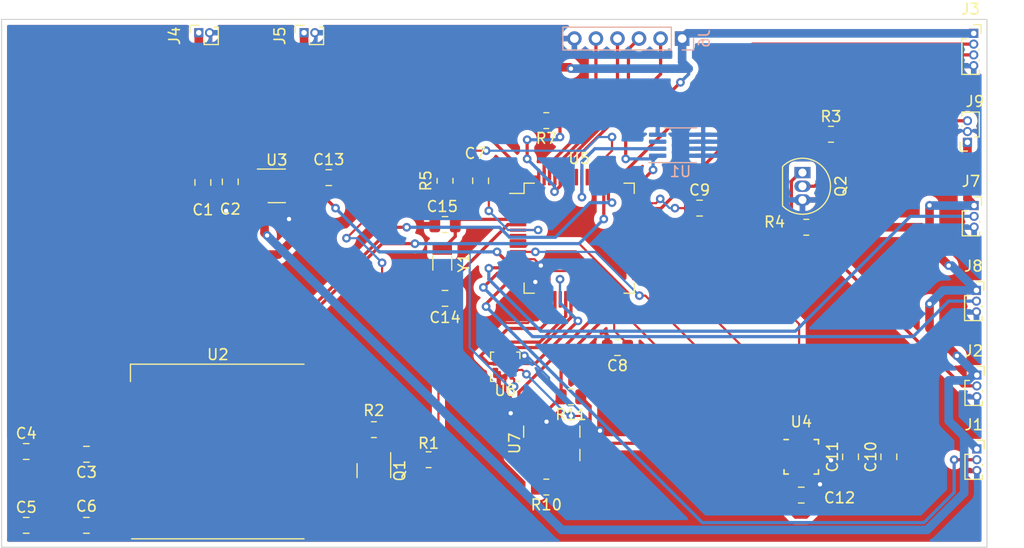
<source format=kicad_pcb>
(kicad_pcb (version 20211014) (generator pcbnew)
  (layers (0 "F.Cu" signal) (31 "B.Cu" signal) (34 "B.Paste" user) (35 "F.Paste" user) (36 "B.SilkS" user "B.Silkscreen") (37 "F.SilkS" user "F.Silkscreen") (38 "B.Mask" user) (39 "F.Mask" user) (44 "Edge.Cuts" user))
  (net 0 "")
  (net 1 "5V")
  (net 2 "GND")
  (net 3 "3V3")
  (net 4 "Net-(C7-Pad1)")
  (net 5 "Net-(C8-Pad1)")
  (net 6 "Net-(C9-Pad1)")
  (net 7 "Net-(C12-Pad1)")
  (net 8 "OSC_OUT")
  (net 9 "OSC_IN")
  (net 10 "ESC_PWM4")
  (net 11 "ESC_PWM1")
  (net 12 "SWCLK")
  (net 13 "SWDIO")
  (net 14 "M_SCL_2")
  (net 15 "M_SDA_2")
  (net 16 "M_IO0_2")
  (net 17 "M_IO1_2")
  (net 18 "ESC_PWM2")
  (net 19 "ESC_PWM3")
  (net 20 "SBUS_SIGNAL")
  (net 21 "Net-(Q1-Pad1)")
  (net 22 "Net-(Q1-Pad3)")
  (net 23 "Net-(Q2-Pad2)")
  (net 24 "GPS_RESET")
  (net 25 "Net-(R7-Pad1)")
  (net 26 "A_SCL")
  (net 27 "A_SDA")
  (net 28 "TEMP_W")
  (net 30 "GPS_RX")
  (net 31 "GPS_TX")
  (net 45 "G_MISO")
  (net 46 "G_INT1")
  (net 53 "G_NSS")
  (net 54 "G_SCLK")
  (net 55 "G_MOSI")
  (net 63 "P_CS")
  (net 64 "P_SCLK")
  (net 65 "P_MISO")
  (net 66 "P_MOSI")
  (net 79 "SBUS_RX")
  (net 86 "A_INT1")
  (net 87 "A_INT2")
  (footprint "Connector_PinSocket_1.00mm:PinSocket_1x02_P1.00mm_Vertical" (layer "F.Cu") (at 106.807 74.386 90)
    (fp_text reference "J5")
    (fp_text value "Conn_01x02")
  )
  (footprint "Capacitor_SMD:C_0805_2012Metric" (layer "F.Cu") (at 109.101 87.848)
    (fp_text reference "C13")
    (fp_text value "100nF")
  )
  (footprint "Capacitor_SMD:C_0805_2012Metric" (layer "F.Cu") (at 97.417 88.295 -90)
    (fp_text reference "C1")
    (fp_text value "1uF")
  )
  (footprint "Capacitor_SMD:C_0805_2012Metric" (layer "F.Cu") (at 161.073 113.776 90)
    (fp_text reference "C10")
    (fp_text value "100nF")
  )
  (footprint "Capacitor_SMD:C_0805_2012Metric" (layer "F.Cu") (at 119.888 99.06)
    (fp_text reference "C14")
    (fp_text value "20pf")
  )
  (footprint "Connector_PinSocket_1.00mm:PinSocket_1x03_P1.00mm_Vertical" (layer "F.Cu") (at 169.2 98.314)
    (fp_text reference "J8")
    (fp_text value "Conn_01x03")
  )
  (footprint "Connector_PinSocket_1.00mm:PinSocket_1x04_P1.00mm_Vertical" (layer "F.Cu") (at 168.946 74.446)
    (fp_text reference "J3")
    (fp_text value "Conn_01x04")
  )
  (footprint "Capacitor_SMD:C_0805_2012Metric" (layer "F.Cu") (at 157.517 113.776 90)
    (fp_text reference "C11")
    (fp_text value "100nF")
  )
  (footprint "Package_LGA:ST_HLGA-10_2.5x2.5mm_P0.6mm_LayoutBorder3x2y" (layer "F.Cu") (at 125.476 105.41 180)
    (fp_text reference "U6")
    (fp_text value "LPS25HB")
  )
  (footprint "Capacitor_SMD:C_0805_2012Metric" (layer "F.Cu") (at 86.614 113.538 180)
    (fp_text reference "C3")
    (fp_text value "100nF")
  )
  (footprint "Package_LGA:LGA-14_3x5mm_P0.8mm_LayoutBorder1x6y" (layer "F.Cu") (at 129.794 112.522 90)
    (fp_text reference "U7")
    (fp_text value "ADXL343")
  )
  (footprint "Resistor_SMD:R_0805_2012Metric" (layer "F.Cu") (at 118.364 114.046 180)
    (fp_text reference "R1")
    (fp_text value "4.7k")
  )
  (footprint "Capacitor_SMD:C_0805_2012Metric" (layer "F.Cu") (at 81.026 113.284)
    (fp_text reference "C4")
    (fp_text value "100nF")
  )
  (footprint "Capacitor_SMD:C_0805_2012Metric" (layer "F.Cu") (at 99.957 88.229 -90)
    (fp_text reference "C2")
    (fp_text value "100nF")
  )
  (footprint "Connector_PinSocket_1.00mm:PinSocket_1x03_P1.00mm_Vertical" (layer "F.Cu") (at 169.236 106.188)
    (fp_text reference "J2")
    (fp_text value "Conn_01x03")
  )
  (footprint "Resistor_SMD:R_0805_2012Metric" (layer "F.Cu") (at 113.284 111.252 180)
    (fp_text reference "R2")
    (fp_text value "47k")
  )
  (footprint "Package_TO_SOT_THT:TO-92_Inline" (layer "F.Cu") (at 153.056 87.376 -90)
    (fp_text reference "Q2")
    (fp_text value "BC337")
  )
  (footprint "Capacitor_SMD:C_0805_2012Metric" (layer "F.Cu") (at 119.888 92.202)
    (fp_text reference "C15")
    (fp_text value "20pf")
  )
  (footprint "Connector_PinSocket_1.00mm:PinSocket_1x02_P1.00mm_Vertical" (layer "F.Cu") (at 97.036 74.386 90)
    (fp_text reference "J4")
    (fp_text value "Conn_01x02")
  )
  (footprint "Capacitor_SMD:C_0805_2012Metric" (layer "F.Cu") (at 152.945 117.332)
    (fp_text reference "C12")
    (fp_text value "100nF")
  )
  (footprint "Resistor_SMD:R_0805_2012Metric" (layer "F.Cu") (at 131.572 108.204 180)
    (fp_text reference "R11")
    (fp_text value "10k")
  )
  (footprint "Resistor_SMD:R_0805_2012Metric" (layer "F.Cu") (at 153.416 92.456 180)
    (fp_text reference "R4")
    (fp_text value "4.7k")
  )
  (footprint "Capacitor_SMD:C_0805_2012Metric" (layer "F.Cu") (at 86.614 120.142 180)
    (fp_text reference "C6")
    (fp_text value "4.7uF")
  )
  (footprint "Resistor_SMD:R_0805_2012Metric" (layer "F.Cu") (at 155.702 83.82)
    (fp_text reference "R3")
    (fp_text value "10k")
  )
  (footprint "Resistor_SMD:R_0805_2012Metric" (layer "F.Cu") (at 129.286 82.55 180)
    (fp_text reference "R7")
    (fp_text value "100R")
  )
  (footprint "Sensor_Motion:InvenSense_QFN-24_3x3mm_P0.4mm" (layer "F.Cu") (at 152.945 113.776)
    (fp_text reference "U4")
    (fp_text value "ICM-20948")
  )
  (footprint "Capacitor_SMD:C_0805_2012Metric" (layer "F.Cu") (at 135.89 103.632 180)
    (fp_text reference "C8")
    (fp_text value "4.7uF")
  )
  (footprint "Connector_PinSocket_1.00mm:PinSocket_1x03_P1.00mm_Vertical" (layer "F.Cu") (at 168.982 90.44)
    (fp_text reference "J7")
    (fp_text value "Conn_01x03")
  )
  (footprint "Crystal:Crystal_SMD_3215-2Pin_3.2x1.5mm" (layer "F.Cu") (at 119.634 95.758 -90)
    (fp_text reference "Y1")
    (fp_text value "Crystal")
  )
  (footprint "Resistor_SMD:R_0805_2012Metric" (layer "F.Cu") (at 119.888 88.138 -90)
    (fp_text reference "R5")
    (fp_text value "100R")
  )
  (footprint "Package_TO_SOT_SMD:SOT-23-5" (layer "F.Cu") (at 104.275 88.61)
    (fp_text reference "U3")
    (fp_text value "TLV70233_SOT23-5")
  )
  (footprint "Capacitor_SMD:C_0805_2012Metric" (layer "F.Cu") (at 81.026 120.142)
    (fp_text reference "C5")
    (fp_text value "1uF")
  )
  (footprint "Capacitor_SMD:C_0805_2012Metric" (layer "F.Cu") (at 123.19 88.138 90)
    (fp_text reference "C7")
    (fp_text value "100nF")
  )
  (footprint "Resistor_SMD:R_0805_2012Metric" (layer "F.Cu") (at 129.286 116.586 180)
    (fp_text reference "R10")
    (fp_text value "10k")
  )
  (footprint "Package_QFP:LQFP-64_10x10mm_P0.5mm" (layer "F.Cu") (at 132.334 93.472)
    (fp_text reference "U5")
    (fp_text value "STM32F405RGTx")
  )
  (footprint "Capacitor_SMD:C_0805_2012Metric" (layer "F.Cu") (at 143.51 90.678)
    (fp_text reference "C9")
    (fp_text value "4.7uF")
  )
  (footprint "Connector_PinSocket_1.00mm:PinSocket_1x03_P1.00mm_Vertical" (layer "F.Cu") (at 169.236 113.046)
    (fp_text reference "J1")
    (fp_text value "Conn_01x03")
  )
  (footprint "RF_GPS:Quectel_L80-R" (layer "F.Cu") (at 98.806 113.284)
    (fp_text reference "U2")
    (fp_text value "L80-R")
  )
  (footprint "Package_TO_SOT_SMD:SOT-23" (layer "F.Cu") (at 113.284 115.062 -90)
    (fp_text reference "Q1")
    (fp_text value "MMBT5551L")
  )
  (footprint "Connector_PinSocket_1.00mm:PinSocket_1x03_P1.00mm_Vertical" (layer "F.Cu") (at 168.366 84.566 180)
    (fp_text reference "J9")
    (fp_text value "Conn_01x03")
  )
  (footprint "Package_SO:MSOP-8_3x3mm_P0.65mm" (layer "B.Cu") (at 141.732 84.836)
    (fp_text reference "U1")
    (fp_text value "DS1825")
  )
  (footprint "Connector_PinHeader_2.00mm:PinHeader_1x06_P2.00mm_Vertical" (layer "B.Cu") (at 141.89 74.93 90)
    (fp_text reference "J6")
    (fp_text value "Conn_01x06")
  )
  (gr_line (start 170.18 122.174) (end 78.74 122.174) (layer "Edge.Cuts") (width 0.1))
  (gr_line (start 170.18 73.152) (end 170.18 122.174) (layer "Edge.Cuts") (width 0.1))
  (gr_line (start 170.18 73.152) (end 78.74 73.152) (layer "Edge.Cuts") (width 0.1))
  (gr_line (start 78.74 73.152) (end 78.74 122.174) (layer "Edge.Cuts") (width 0.1))
  (segment (start 164.846 93.218) (end 164.846 94.234) (width 0.8) (layer "F.Cu") (net 1))
  (segment (start 101.854 88.946423) (end 101.854 88.273577) (width 0.8) (layer "F.Cu") (net 1))
  (segment (start 99.957 87.279) (end 102.7565 87.279) (width 0.8) (layer "F.Cu") (net 1))
  (segment (start 102.7565 87.279) (end 103.1375 87.66) (width 0.8) (layer "F.Cu") (net 1))
  (segment (start 164.846 90.424) (end 164.846 93.218) (width 0.8) (layer "F.Cu") (net 1))
  (segment (start 164.846 101.854) (end 167.386 104.394) (width 0.8) (layer "F.Cu") (net 1))
  (segment (start 97.036 86.964) (end 97.417 87.345) (width 0.8) (layer "F.Cu") (net 1))
  (segment (start 168.366 89.824) (end 168.982 90.44) (width 0.8) (layer "F.Cu") (net 1))
  (segment (start 102.467577 89.56) (end 101.854 88.946423) (width 0.8) (layer "F.Cu") (net 1))
  (segment (start 164.846 99.568) (end 164.846 101.854) (width 0.8) (layer "F.Cu") (net 1))
  (segment (start 102.84 87.66) (end 103.1375 87.66) (width 0.25) (layer "F.Cu") (net 1))
  (segment (start 97.417 87.345) (end 99.891 87.345) (width 0.8) (layer "F.Cu") (net 1))
  (segment (start 101.854 88.273577) (end 102.467577 87.66) (width 0.8) (layer "F.Cu") (net 1))
  (segment (start 154.3285 92.456) (end 164.084 92.456) (width 0.8) (layer "F.Cu") (net 1))
  (segment (start 99.891 87.345) (end 99.957 87.279) (width 0.8) (layer "F.Cu") (net 1))
  (segment (start 164.084 92.456) (end 164.846 93.218) (width 0.8) (layer "F.Cu") (net 1))
  (segment (start 103.1375 89.56) (end 102.856486 89.56) (width 0.25) (layer "F.Cu") (net 1))
  (segment (start 102.467577 87.66) (end 103.1375 87.66) (width 0.8) (layer "F.Cu") (net 1))
  (segment (start 164.846 94.234) (end 166.624 96.012) (width 0.8) (layer "F.Cu") (net 1))
  (segment (start 103.1375 92.9775) (end 103.378 93.218) (width 0.8) (layer "F.Cu") (net 1))
  (segment (start 103.1375 89.56) (end 102.467577 89.56) (width 0.8) (layer "F.Cu") (net 1))
  (segment (start 168.366 84.566) (end 168.366 89.824) (width 0.8) (layer "F.Cu") (net 1))
  (segment (start 97.036 74.386) (end 97.036 86.964) (width 0.8) (layer "F.Cu") (net 1))
  (segment (start 103.1375 89.56) (end 103.1375 92.9775) (width 0.8) (layer "F.Cu") (net 1))
  (via (at 164.846 99.568) (size 0.8) (drill 0.4) (layers "F.Cu" "B.Cu") (net 1))
  (via (at 164.846 90.424) (size 0.8) (drill 0.4) (layers "F.Cu" "B.Cu") (net 1))
  (via (at 166.624 96.012) (size 0.8) (drill 0.4) (layers "F.Cu" "B.Cu") (net 1))
  (via (at 103.378 93.218) (size 0.8) (drill 0.4) (layers "F.Cu" "B.Cu") (net 1))
  (via (at 167.386 104.394) (size 0.8) (drill 0.4) (layers "F.Cu" "B.Cu") (net 1))
  (segment (start 168.982 90.44) (end 164.862 90.44) (width 0.8) (layer "B.Cu") (net 1))
  (segment (start 167.442 104.394) (end 169.236 106.188) (width 0.8) (layer "B.Cu") (net 1))
  (segment (start 103.378 93.218) (end 130.725 120.565) (width 0.8) (layer "B.Cu") (net 1))
  (segment (start 168.889668 106.188) (end 168.397668 106.68) (width 0.8) (layer "B.Cu") (net 1))
  (segment (start 166.898 96.012) (end 169.2 98.314) (width 0.8) (layer "B.Cu") (net 1))
  (segment (start 168.059 117.124422) (end 168.059 111.869) (width 0.8) (layer "B.Cu") (net 1))
  (segment (start 167.386 104.394) (end 167.442 104.394) (width 0.8) (layer "B.Cu") (net 1))
  (segment (start 169.236 106.188) (end 168.889668 106.188) (width 0.8) (layer "B.Cu") (net 1))
  (segment (start 168.397668 106.68) (end 166.624 106.68) (width 0.8) (layer "B.Cu") (net 1))
  (segment (start 166.624 96.012) (end 166.898 96.012) (width 0.8) (layer "B.Cu") (net 1))
  (segment (start 130.725 120.565) (end 164.618422 120.565) (width 0.8) (layer "B.Cu") (net 1))
  (segment (start 168.059 111.869) (end 167.16 110.97) (width 0.8) (layer "B.Cu") (net 1))
  (segment (start 164.618422 120.565) (end 168.059 117.124422) (width 0.8) (layer "B.Cu") (net 1))
  (segment (start 166.624 110.434) (end 169.236 113.046) (width 0.8) (layer "B.Cu") (net 1))
  (segment (start 166.624 106.68) (end 166.624 110.434) (width 0.8) (layer "B.Cu") (net 1))
  (segment (start 169.2 98.314) (end 166.1 98.314) (width 0.8) (layer "B.Cu") (net 1))
  (segment (start 164.862 90.44) (end 164.846 90.424) (width 0.8) (layer "B.Cu") (net 1))
  (segment (start 166.1 98.314) (end 164.846 99.568) (width 0.8) (layer "B.Cu") (net 1))
  (segment (start 127.587092 101.346) (end 119.888 101.346) (width 0.2) (layer "F.Cu") (net 2))
  (segment (start 129.084 99.147) (end 129.084 98.35) (width 0.2) (layer "F.Cu") (net 2))
  (segment (start 153.780263 111.774) (end 156.465 111.774) (width 0.2) (layer "F.Cu") (net 2))
  (segment (start 128.594 111.522) (end 128.594 112.592) (width 0.3) (layer "F.Cu") (net 2))
  (segment (start 129.084 99.849092) (end 127.587092 101.346) (width 0.2) (layer "F.Cu") (net 2))
  (segment (start 154.686 116.332) (end 154.686 116.541) (width 0.2) (layer "F.Cu") (net 2))
  (segment (start 128.186 95.42) (end 127.559092 95.42) (width 0.2) (layer "F.Cu") (net 2))
  (segment (start 119.888 101.346) (end 118.938 100.396) (width 0.2) (layer "F.Cu") (net 2))
  (segment (start 154.686 116.541) (end 153.895 117.332) (width 0.2) (layer "F.Cu") (net 2))
  (segment (start 155.702 112.776) (end 155.702 114.0995) (width 0.2) (layer "F.Cu") (net 2))
  (segment (start 128.594 113.522) (end 128.594 113.468) (width 0.2) (layer "F.Cu") (net 2))
  (segment (start 126.076 104.485) (end 127.163 104.485) (width 0.2) (layer "F.Cu") (net 2))
  (segment (start 128.594 112.592) (end 130.064 112.592) (width 0.2) (layer "F.Cu") (net 2))
  (segment (start 129.084 98.35) (end 128.27 97.536) (width 0.2) (layer "F.Cu") (net 2))
  (segment (start 106.547 89.033) (end 106.68 88.9) (width 0.2) (layer "F.Cu") (net 2))
  (segment (start 153.895 117.332) (end 153.572 117.009) (width 0.3) (layer "F.Cu") (net 2))
  (segment (start 99.568 90.932) (end 99.568 89.568) (width 0.2) (layer "F.Cu") (net 2))
  (segment (start 157.467 112.776) (end 157.517 112.826) (width 0.2) (layer "F.Cu") (net 2))
  (segment (start 153.545 112.276) (end 153.545 112.009263) (width 0.2) (layer "F.Cu") (net 2))
  (segment (start 134.94 110.678) (end 134.94 103.632) (width 0.2) (layer "F.Cu") (net 2))
  (segment (start 106.68 88.9) (end 106.68 90.424) (width 0.2) (layer "F.Cu") (net 2))
  (segment (start 155.702 112.776) (end 157.467 112.776) (width 0.2) (layer "F.Cu") (net 2))
  (segment (start 125.476 106.335) (end 125.476 109.22) (width 0.2) (layer "F.Cu") (net 2))
  (segment (start 156.465 111.774) (end 157.517 112.826) (width 0.2) (layer "F.Cu") (net 2))
  (segment (start 134.268642 111.349358) (end 134.94 110.678) (width 0.2) (layer "F.Cu") (net 2))
  (segment (start 99.568 89.568) (end 99.957 89.179) (width 0.2) (layer "F.Cu") (net 2))
  (segment (start 153.545 116.982) (end 153.895 117.332) (width 0.2) (layer "F.Cu") (net 2))
  (segment (start 127.484092 95.345) (end 127 95.345) (width 0.2) (layer "F.Cu") (net 2))
  (segment (start 129.308108 110.512108) (end 128.594 111.226216) (width 0.2) (layer "F.Cu") (net 2))
  (segment (start 106.68 90.424) (end 105.41 91.694) (width 0.2) (layer "F.Cu") (net 2))
  (segment (start 153.545 112.009263) (end 153.780263 111.774) (width 0.2) (layer "F.Cu") (net 2))
  (segment (start 118.938 100.396) (end 118.938 99.06) (width 0.2) (layer "F.Cu") (net 2))
  (segment (start 130.194 113.522) (end 130.994 113.522) (width 0.3) (layer "F.Cu") (net 2))
  (segment (start 125.476 109.22) (end 125.984 109.728) (width 0.2) (layer "F.Cu") (net 2))
  (segment (start 155.448 112.776) (end 155.702 112.776) (width 0.2) (layer "F.Cu") (net 2))
  (segment (start 129.084 99.147) (end 129.084 99.849092) (width 0.2) (layer "F.Cu") (net 2))
  (segment (start 103.5605 89.033) (end 106.547 89.033) (width 0.2) (layer "F.Cu") (net 2))
  (segment (start 127.559092 95.42) (end 127.484092 95.345) (width 0.2) (layer "F.Cu") (net 2))
  (segment (start 103.1375 88.61) (end 103.5605 89.033) (width 0.2) (layer "F.Cu") (net 2))
  (segment (start 128.778 96.012) (end 128.186 95.42) (width 0.2) (layer "F.Cu") (net 2))
  (segment (start 129.084 87.797) (end 129.084 83.2605) (width 0.3) (layer "F.Cu") (net 2))
  (segment (start 128.594 111.226216) (end 128.594 111.522) (width 0.2) (layer "F.Cu") (net 2))
  (segment (start 130.064 112.592) (end 130.994 113.522) (width 0.2) (layer "F.Cu") (net 2))
  (segment (start 129.084 83.2605) (end 128.3735 82.55) (width 0.3) (layer "F.Cu") (net 2))
  (segment (start 153.545 115.276) (end 153.545 116.982) (width 0.2) (layer "F.Cu") (net 2))
  (segment (start 128.594 112.592) (end 128.594 113.468) (width 0.3) (layer "F.Cu") (net 2))
  (segment (start 154.445 112.776) (end 155.448 112.776) (width 0.2) (layer "F.Cu") (net 2))
  (segment (start 127.163 104.485) (end 127.254 104.394) (width 0.2) (layer "F.Cu") (net 2))
  (via (at 125.984 109.728) (size 0.8) (drill 0.4) (layers "F.Cu" "B.Cu") (net 2))
  (via (at 155.702 114.0995) (size 0.8) (drill 0.4) (layers "F.Cu" "B.Cu") (net 2))
  (via (at 105.41 91.694) (size 0.8) (drill 0.4) (layers "F.Cu" "B.Cu") (net 2))
  (via (at 154.686 116.332) (size 0.8) (drill 0.4) (layers "F.Cu" "B.Cu") (net 2))
  (via (at 127.254 104.394) (size 0.8) (drill 0.4) (layers "F.Cu" "B.Cu") (net 2))
  (via (at 129.308108 110.512108) (size 0.8) (drill 0.4) (layers "F.Cu" "B.Cu") (net 2))
  (via (at 99.568 90.932) (size 0.8) (drill 0.4) (layers "F.Cu" "B.Cu") (net 2))
  (via (at 134.268642 111.349358) (size 0.8) (drill 0.4) (layers "F.Cu" "B.Cu") (net 2))
  (via (at 128.778 96.012) (size 0.8) (drill 0.4) (layers "F.Cu" "B.Cu") (net 2))
  (via (at 128.27 97.536) (size 0.8) (drill 0.4) (layers "F.Cu" "B.Cu") (net 2))
  (segment (start 134.209358 111.349358) (end 134.268642 111.349358) (width 0.2) (layer "B.Cu") (net 2))
  (segment (start 129.54 106.68) (end 134.209358 111.349358) (width 0.2) (layer "B.Cu") (net 2))
  (segment (start 128.524 109.728) (end 129.308108 110.512108) (width 0.2) (layer "B.Cu") (net 2))
  (segment (start 127.254 104.394) (end 127.508 104.648) (width 0.2) (layer "B.Cu") (net 2))
  (segment (start 125.984 109.728) (end 128.524 109.728) (width 0.2) (layer "B.Cu") (net 2))
  (segment (start 127.508 104.394) (end 127.762 104.648) (width 0.2) (layer "B.Cu") (net 2))
  (segment (start 129.54 106.426) (end 129.54 106.68) (width 0.2) (layer "B.Cu") (net 2))
  (segment (start 100.076 91.44) (end 99.568 90.932) (width 0.2) (layer "B.Cu") (net 2))
  (segment (start 155.702 115.316) (end 154.686 116.332) (width 0.2) (layer "B.Cu") (net 2))
  (segment (start 155.702 114.0995) (end 155.702 115.316) (width 0.2) (layer "B.Cu") (net 2))
  (segment (start 128.27 97.536) (end 128.27 96.52) (width 0.2) (layer "B.Cu") (net 2))
  (segment (start 100.33 91.694) (end 100.076 91.44) (width 0.2) (layer "B.Cu") (net 2))
  (segment (start 105.41 91.694) (end 100.33 91.694) (width 0.2) (layer "B.Cu") (net 2))
  (segment (start 128.27 96.52) (end 128.778 96.012) (width 0.2) (layer "B.Cu") (net 2))
  (segment (start 127.762 104.648) (end 129.54 106.426) (width 0.2) (layer "B.Cu") (net 2))
  (segment (start 127.508 104.648) (end 127.762 104.648) (width 0.2) (layer "B.Cu") (net 2))
  (segment (start 104.394 94.996) (end 87.884 94.996) (width 0.8) (layer "F.Cu") (net 3))
  (segment (start 127.762 114.3) (end 127.762 113.554) (width 0.3) (layer "F.Cu") (net 3))
  (segment (start 151.97 112.939578) (end 152.028578 112.881) (width 0.2) (layer "F.Cu") (net 3))
  (segment (start 152.345 115.276) (end 152.4 115.221) (width 0.2) (layer "F.Cu") (net 3))
  (segment (start 81.6 111.76) (end 84.328 111.76) (width 0.8) (layer "F.Cu") (net 3))
  (segment (start 152.028578 114.671) (end 151.97 114.612422) (width 0.2) (layer "F.Cu") (net 3))
  (segment (start 106.807 74.386) (end 106.807 77.597) (width 0.8) (layer "F.Cu") (net 3))
  (segment (start 136.652 86.106) (end 136.652 84.074) (width 0.3) (layer "F.Cu") (net 3))
  (segment (start 128.778 114.554) (end 128.016 114.554) (width 0.3) (layer "F.Cu") (net 3))
  (segment (start 153.861422 112.881) (end 153.924 112.943578) (width 0.2) (layer "F.Cu") (net 3))
  (segment (start 91.056 117.594) (end 91.056 115.054) (width 0.8) (layer "F.Cu") (net 3))
  (segment (start 106.807 77.597) (end 106.807 84.709) (width 0.8) (layer "F.Cu") (net 3))
  (segment (start 152.028578 112.881) (end 153.861422 112.881) (width 0.2) (layer "F.Cu") (net 3))
  (segment (start 128.016 114.554) (end 127.762 114.3) (width 0.3) (layer "F.Cu") (net 3))
  (segment (start 133.35 109.0695) (end 132.4845 108.204) (width 0.3) (layer "F.Cu") (net 3))
  (segment (start 80.076 120.142) (end 80.076 113.284) (width 0.8) (layer "F.Cu") (net 3))
  (segment (start 131.794 112.522) (end 131.794 113.522) (width 0.3) (layer "F.Cu") (net 3))
  (segment (start 157.467 114.776) (end 157.517 114.726) (width 0.3) (layer "F.Cu") (net 3))
  (segment (start 129.584 96.73) (end 129.584 97.326) (width 0.2) (layer "F.Cu") (net 3))
  (segment (start 129.794 96.52) (end 129.584 96.73) (width 0.2) (layer "F.Cu") (net 3))
  (segment (start 132.842 109.982) (end 133.35 110.49) (width 0.2) (layer "F.Cu") (net 3))
  (segment (start 123.952 84.074) (end 107.442 84.074) (width 0.3) (layer "F.Cu") (net 3))
  (segment (start 136.084 98.444908) (end 134.159092 96.52) (width 0.2) (layer "F.Cu") (net 3))
  (segment (start 84.328 111.76) (end 87.63 111.76) (width 0.8) (layer "F.Cu") (net 3))
  (segment (start 87.63 95.25) (end 87.63 111.76) (width 0.8) (layer "F.Cu") (net 3))
  (segment (start 151.97 114.612422) (end 151.97 112.939578) (width 0.2) (layer "F.Cu") (net 3))
  (segment (start 138.009 88.305) (end 139.192 87.122) (width 0.3) (layer "F.Cu") (net 3))
  (segment (start 126.298543 106.557543) (end 126.076 106.335) (width 0.2) (layer "F.Cu") (net 3))
  (segment (start 136.652 84.074) (end 141.732 78.994) (width 0.3) (layer "F.Cu") (net 3))
  (segment (start 106.807 84.709) (end 106.807 86.504) (width 0.8) (layer "F.Cu") (net 3))
  (segment (start 131.445 77.597) (end 131.572 77.724) (width 0.8) (layer "F.Cu") (net 3))
  (segment (start 125.694 95.722) (end 124.714 94.742) (width 0.3) (layer "F.Cu") (net 3))
  (segment (start 157.517 114.726) (end 161.073 114.726) (width 0.3) (layer "F.Cu") (net 3))
  (segment (start 134.159092 96.52) (end 129.794 96.52) (width 0.2) (layer "F.Cu") (net 3))
  (segment (start 128.584 87.797) (end 127.675 87.797) (width 0.3) (layer "F.Cu") (net 3))
  (segment (start 131.794 112.522) (end 133.35 112.522) (width 0.3) (layer "F.Cu") (net 3))
  (segment (start 108.151 89.101) (end 108.151 87.848) (width 0.3) (layer "F.Cu") (net 3))
  (segment (start 126.076 106.035) (end 126.401 105.71) (width 0.2) (layer "F.Cu") (net 3))
  (segment (start 153.924 114.554) (end 154.178 114.808) (width 0.2) (layer "F.Cu") (net 3))
  (segment (start 127.675 87.797) (end 123.952 84.074) (width 0.3) (layer "F.Cu") (net 3))
  (segment (start 154.445 114.776) (end 157.467 114.776) (width 0.3) (layer "F.Cu") (net 3))
  (segment (start 129.394 113.522) (end 129.394 113.938) (width 0.3) (layer "F.Cu") (net 3))
  (segment (start 106.807 77.597) (end 131.445 77.597) (width 0.8) (layer "F.Cu") (net 3))
  (segment (start 127.361092 95.722) (end 128.921092 97.282) (width 0.2) (layer "F.Cu") (net 3))
  (segment (start 87.564 113.538) (end 87.564 120.142) (width 0.8) (layer "F.Cu") (net 3))
  (segment (start 87.884 94.996) (end 87.63 95.25) (width 0.8) (layer "F.Cu") (net 3))
  (segment (start 107.442 84.074) (end 106.807 84.709) (width 0.3) (layer "F.Cu") (net 3))
  (segment (start 128.921092 97.282) (end 129.54 97.282) (width 0.2) (layer "F.Cu") (net 3))
  (segment (start 153.416 119.38) (end 157.48 115.316) (width 0.3) (layer "F.Cu") (net 3))
  (segment (start 126.076 106.335) (end 126.076 106.035) (width 0.2) (layer "F.Cu") (net 3))
  (segment (start 152.4 119.38) (end 153.416 119.38) (width 0.3) (layer "F.Cu") (net 3))
  (segment (start 107.963 87.66) (end 108.151 87.848) (width 0.8) (layer "F.Cu") (net 3))
  (segment (start 136.084 99.147) (end 136.084 98.444908) (width 0.2) (layer "F.Cu") (net 3))
  (segment (start 109.728 90.678) (end 108.151 89.101) (width 0.3) (layer "F.Cu") (net 3))
  (segment (start 127.046 105.71) (end 127.441543 106.105543) (width 0.2) (layer "F.Cu") (net 3))
  (segment (start 138.009 89.722) (end 138.009 88.305) (width 0.3) (layer "F.Cu") (net 3))
  (segment (start 105.4125 87.66) (end 107.963 87.66) (width 0.8) (layer "F.Cu") (net 3))
  (segment (start 129.394 115.7815) (end 129.394 113.522) (width 0.3) (layer "F.Cu") (net 3))
  (segment (start 130.1985 116.586) (end 129.394 115.7815) (width 0.3) (layer "F.Cu") (net 3))
  (segment (start 80.076 113.284) (end 81.6 111.76) (width 0.8) (layer "F.Cu") (net 3))
  (segment (start 107.95 91.44) (end 104.394 94.996) (width 0.8) (layer "F.Cu") (net 3))
  (segment (start 145.542 112.522) (end 152.4 119.38) (width 0.3) (layer "F.Cu") (net 3))
  (segment (start 126.659 95.722) (end 127.361092 95.722) (width 0.2) (layer "F.Cu") (net 3))
  (segment (start 87.63 111.76) (end 87.63 113.472) (width 0.8) (layer "F.Cu") (net 3))
  (segment (start 126.298543 107.248544) (end 126.298543 106.557543) (width 0.2) (layer "F.Cu") (net 3))
  (segment (start 133.35 112.522) (end 145.542 112.522) (width 0.3) (layer "F.Cu") (net 3))
  (segment (start 108.151 87.848) (end 107.95 88.049) (width 0.8) (layer "F.Cu") (net 3))
  (segment (start 129.394 113.938) (end 128.778 114.554) (width 0.3) (layer "F.Cu") (net 3))
  (segment (start 127.762 113.554) (end 127.794 113.522) (width 0.3) (layer "F.Cu") (net 3))
  (segment (start 133.35 110.49) (end 133.35 109.0695) (width 0.3) (layer "F.Cu") (net 3))
  (segment (start 152.4 114.671) (end 152.028578 114.671) (width 0.2) (layer "F.Cu") (net 3))
  (segment (start 107.95 88.049) (end 107.95 91.44) (width 0.8) (layer "F.Cu") (net 3))
  (segment (start 131.794 113.522) (end 131.794 114.9905) (width 0.3) (layer "F.Cu") (net 3))
  (segment (start 152.4 115.221) (end 152.4 114.671) (width 0.2) (layer "F.Cu") (net 3))
  (segment (start 88.508 120.142) (end 91.056 117.594) (width 0.8) (layer "F.Cu") (net 3))
  (segment (start 87.63 113.472) (end 87.564 113.538) (width 0.8) (layer "F.Cu") (net 3))
  (segment (start 129.54 97.282) (end 129.584 97.326) (width 0.2) (layer "F.Cu") (net 3))
  (segment (start 131.794 114.9905) (end 130.1985 116.586) (width 0.3) (layer "F.Cu") (net 3))
  (segment (start 153.924 112.943578) (end 153.924 114.554) (width 0.2) (layer "F.Cu") (net 3))
  (segment (start 106.807 86.504) (end 108.151 87.848) (width 0.8) (layer "F.Cu") (net 3))
  (segment (start 131.572 109.982) (end 132.842 109.982) (width 0.2) (layer "F.Cu") (net 3))
  (segment (start 133.35 112.522) (end 133.35 110.49) (width 0.3) (layer "F.Cu") (net 3))
  (segment (start 126.659 95.722) (end 125.694 95.722) (width 0.3) (layer "F.Cu") (net 3))
  (segment (start 87.564 120.142) (end 88.508 120.142) (width 0.8) (layer "F.Cu") (net 3))
  (segment (start 129.584 97.326) (end 129.584 99.147) (width 0.2) (layer "F.Cu") (net 3))
  (segment (start 126.401 105.71) (end 127.046 105.71) (width 0.2) (layer "F.Cu") (net 3))
  (via (at 131.572 77.724) (size 0.8) (drill 0.4) (layers "F.Cu" "B.Cu") (net 3))
  (via (at 131.572 109.982) (size 0.8) (drill 0.4) (layers "F.Cu" "B.Cu") (net 3))
  (via (at 136.652 86.106) (size 0.8) (drill 0.4) (layers "F.Cu" "B.Cu") (net 3))
  (via (at 126.298543 107.248544) (size 0.8) (drill 0.4) (layers "F.Cu" "B.Cu") (net 3))
  (via (at 124.714 94.742) (size 0.8) (drill 0.4) (layers "F.Cu" "B.Cu") (net 3))
  (via (at 141.732 78.994) (size 0.8) (drill 0.4) (layers "F.Cu" "B.Cu") (net 3))
  (via (at 109.728 90.678) (size 0.8) (drill 0.4) (layers "F.Cu" "B.Cu") (net 3))
  (via (at 127.441543 106.105543) (size 0.8) (drill 0.4) (layers "F.Cu" "B.Cu") (net 3))
  (via (at 139.192 87.122) (size 0.8) (drill 0.4) (layers "F.Cu" "B.Cu") (net 3))
  (segment (start 168.946 74.446) (end 142.374 74.446) (width 0.8) (layer "B.Cu") (net 3))
  (segment (start 127.441543 106.105543) (end 131.318 109.982) (width 0.2) (layer "B.Cu") (net 3))
  (segment (start 139.3245 86.106) (end 136.652 86.106) (width 0.3) (layer "B.Cu") (net 3))
  (segment (start 113.792 94.742) (end 109.728 90.678) (width 0.3) (layer "B.Cu") (net 3))
  (segment (start 142.494 78.232) (end 142.494 77.724) (width 0.3) (layer "B.Cu") (net 3))
  (segment (start 126.298543 107.635457) (end 126.298543 107.248544) (width 0.2) (layer "B.Cu") (net 3))
  (segment (start 124.714 94.742) (end 122.174 94.742) (width 0.3) (layer "B.Cu") (net 3))
  (segment (start 139.6195 85.811) (end 139.3245 86.106) (width 0.3) (layer "B.Cu") (net 3))
  (segment (start 131.572 77.724) (end 142.494 77.724) (width 0.8) (layer "B.Cu") (net 3))
  (segment (start 122.174 103.632) (end 122.174 94.742) (width 0.2) (layer "B.Cu") (net 3))
  (segment (start 126.238 107.696) (end 126.298543 107.635457) (width 0.2) (layer "B.Cu") (net 3))
  (segment (start 126.238 107.696) (end 122.174 103.632) (width 0.2) (layer "B.Cu") (net 3))
  (segment (start 141.89 77.12) (end 141.89 74.93) (width 0.8) (layer "B.Cu") (net 3))
  (segment (start 139.192 86.2385) (end 139.6195 85.811) (width 0.3) (layer "B.Cu") (net 3))
  (segment (start 142.374 74.446) (end 141.89 74.93) (width 0.8) (layer "B.Cu") (net 3))
  (segment (start 122.174 94.742) (end 113.792 94.742) (width 0.3) (layer "B.Cu") (net 3))
  (segment (start 131.318 109.982) (end 131.572 109.982) (width 0.2) (layer "B.Cu") (net 3))
  (segment (start 141.732 78.994) (end 142.494 78.232) (width 0.3) (layer "B.Cu") (net 3))
  (segment (start 139.192 87.122) (end 139.192 86.2385) (width 0.3) (layer "B.Cu") (net 3))
  (segment (start 142.494 77.724) (end 141.89 77.12) (width 0.8) (layer "B.Cu") (net 3))
  (segment (start 119.888 89.0505) (end 123.1525 89.0505) (width 0.2) (layer "F.Cu") (net 4))
  (segment (start 123.19 89.088) (end 123.952 89.85) (width 0.2) (layer "F.Cu") (net 4))
  (segment (start 126.671 92.71) (end 126.659 92.722) (width 0.2) (layer "F.Cu") (net 4))
  (segment (start 128.524 92.71) (end 126.671 92.71) (width 0.2) (layer "F.Cu") (net 4))
  (segment (start 123.1525 89.0505) (end 123.19 89.088) (width 0.2) (layer "F.Cu") (net 4))
  (segment (start 123.952 89.85) (end 123.952 90.932) (width 0.2) (layer "F.Cu") (net 4))
  (via (at 123.952 90.932) (size 0.8) (drill 0.4) (layers "F.Cu" "B.Cu") (net 4))
  (via (at 128.524 92.71) (size 0.8) (drill 0.4) (layers "F.Cu" "B.Cu") (net 4))
  (segment (start 123.952 90.932) (end 125.73 92.71) (width 0.2) (layer "B.Cu") (net 4))
  (segment (start 125.73 92.71) (end 128.524 92.71) (width 0.2) (layer "B.Cu") (net 4))
  (segment (start 136.84 103.632) (end 136.84 103.312) (width 0.2) (layer "F.Cu") (net 5))
  (segment (start 135.584 102.056) (end 135.584 99.147) (width 0.2) (layer "F.Cu") (net 5))
  (segment (start 136.84 103.312) (end 135.584 102.056) (width 0.2) (layer "F.Cu") (net 5))
  (segment (start 139.453284 90.222) (end 138.009 90.222) (width 0.2) (layer "F.Cu") (net 6))
  (segment (start 142.56 90.678) (end 141.224 90.678) (width 0.2) (layer "F.Cu") (net 6))
  (segment (start 139.856642 89.818642) (end 139.453284 90.222) (width 0.2) (layer "F.Cu") (net 6))
  (via (at 139.856642 89.818642) (size 0.8) (drill 0.4) (layers "F.Cu" "B.Cu") (net 6))
  (via (at 141.224 90.678) (size 0.8) (drill 0.4) (layers "F.Cu" "B.Cu") (net 6))
  (segment (start 140.716 90.678) (end 139.856642 89.818642) (width 0.2) (layer "B.Cu") (net 6))
  (segment (start 141.224 90.678) (end 140.716 90.678) (width 0.2) (layer "B.Cu") (net 6))
  (segment (start 153.145 115.276) (end 153.145 116.182) (width 0.2) (layer "F.Cu") (net 7))
  (segment (start 153.145 116.182) (end 151.995 117.332) (width 0.2) (layer "F.Cu") (net 7))
  (segment (start 119.634 97.008) (end 120.924 97.008) (width 0.3) (layer "F.Cu") (net 8))
  (segment (start 120.904 98.994) (end 120.838 99.06) (width 0.3) (layer "F.Cu") (net 8))
  (segment (start 120.67 98.044) (end 120.904 98.044) (width 0.3) (layer "F.Cu") (net 8))
  (segment (start 119.634 97.008) (end 120.67 98.044) (width 0.3) (layer "F.Cu") (net 8))
  (segment (start 125.73 92.202) (end 126.639 92.202) (width 0.3) (layer "F.Cu") (net 8))
  (segment (start 120.924 97.008) (end 125.73 92.202) (width 0.3) (layer "F.Cu") (net 8))
  (segment (start 120.904 98.044) (end 120.904 98.994) (width 0.3) (layer "F.Cu") (net 8))
  (segment (start 126.639 92.202) (end 126.659 92.222) (width 0.3) (layer "F.Cu") (net 8))
  (segment (start 121.318 91.722) (end 120.838 92.202) (width 0.3) (layer "F.Cu") (net 9))
  (segment (start 120.838 92.202) (end 120.838 93.304) (width 0.3) (layer "F.Cu") (net 9))
  (segment (start 126.659 91.722) (end 121.318 91.722) (width 0.3) (layer "F.Cu") (net 9))
  (segment (start 120.838 93.304) (end 119.634 94.508) (width 0.3) (layer "F.Cu") (net 9))
  (segment (start 123.698 99.568) (end 123.698 99.822) (width 0.3) (layer "F.Cu") (net 10))
  (segment (start 126.044 97.222) (end 123.698 99.568) (width 0.3) (layer "F.Cu") (net 10))
  (segment (start 167.132 114.046) (end 169.236 114.046) (width 0.3) (layer "F.Cu") (net 10))
  (segment (start 126.659 97.222) (end 126.044 97.222) (width 0.3) (layer "F.Cu") (net 10))
  (via (at 123.698 99.822) (size 0.8) (drill 0.4) (layers "F.Cu" "B.Cu") (net 10))
  (via (at 167.132 114.046) (size 0.8) (drill 0.4) (layers "F.Cu" "B.Cu") (net 10))
  (segment (start 167.132 117.094) (end 167.132 114.046) (width 0.3) (layer "B.Cu") (net 10))
  (segment (start 143.764 119.888) (end 164.338 119.888) (width 0.3) (layer "B.Cu") (net 10))
  (segment (start 164.338 119.888) (end 167.132 117.094) (width 0.3) (layer "B.Cu") (net 10))
  (segment (start 123.698 99.822) (end 143.764 119.888) (width 0.3) (layer "B.Cu") (net 10))
  (segment (start 155.928 95.222) (end 167.894 107.188) (width 0.3) (layer "F.Cu") (net 11))
  (segment (start 138.009 95.222) (end 155.928 95.222) (width 0.3) (layer "F.Cu") (net 11))
  (segment (start 167.894 107.188) (end 169.236 107.188) (width 0.3) (layer "F.Cu") (net 11))
  (segment (start 148.435 75.446) (end 168.946 75.446) (width 0.3) (layer "F.Cu") (net 12))
  (segment (start 136.084 87.797) (end 148.435 75.446) (width 0.3) (layer "F.Cu") (net 12))
  (segment (start 154.186 76.446) (end 139.91 90.722) (width 0.3) (layer "F.Cu") (net 13))
  (segment (start 168.946 76.446) (end 154.186 76.446) (width 0.3) (layer "F.Cu") (net 13))
  (segment (start 139.91 90.722) (end 138.009 90.722) (width 0.3) (layer "F.Cu") (net 13))
  (segment (start 131.584 86.53974) (end 131.584 87.797) (width 0.3) (layer "F.Cu") (net 14))
  (segment (start 139.89 78.23374) (end 131.584 86.53974) (width 0.3) (layer "F.Cu") (net 14))
  (segment (start 139.89 74.93) (end 139.89 78.23374) (width 0.3) (layer "F.Cu") (net 14))
  (segment (start 136.906 75.914) (end 137.89 74.93) (width 0.3) (layer "F.Cu") (net 15))
  (segment (start 136.906 80.61387) (end 136.906 75.914) (width 0.3) (layer "F.Cu") (net 15))
  (segment (start 131.084 87.797) (end 131.084 86.43587) (width 0.3) (layer "F.Cu") (net 15))
  (segment (start 131.084 86.43587) (end 136.906 80.61387) (width 0.3) (layer "F.Cu") (net 15))
  (segment (start 135.89 81.026) (end 135.89 74.93) (width 0.3) (layer "F.Cu") (net 16))
  (segment (start 130.084 87.797) (end 130.084 86.832) (width 0.3) (layer "F.Cu") (net 16))
  (segment (start 130.084 86.832) (end 135.89 81.026) (width 0.3) (layer "F.Cu") (net 16))
  (segment (start 133.89 82.264) (end 133.89 74.93) (width 0.3) (layer "F.Cu") (net 17))
  (segment (start 129.584 86.57) (end 133.89 82.264) (width 0.3) (layer "F.Cu") (net 17))
  (segment (start 129.584 87.797) (end 129.584 86.57) (width 0.3) (layer "F.Cu") (net 17))
  (segment (start 123.996 96.222) (end 123.952 96.266) (width 0.3) (layer "F.Cu") (net 18))
  (segment (start 126.659 96.222) (end 123.996 96.222) (width 0.3) (layer "F.Cu") (net 18))
  (via (at 123.952 96.266) (size 0.8) (drill 0.4) (layers "F.Cu" "B.Cu") (net 18))
  (segment (start 128.778 102.108) (end 152.4 102.108) (width 0.3) (layer "B.Cu") (net 18))
  (segment (start 123.952 96.266) (end 123.952 97.282) (width 0.3) (layer "B.Cu") (net 18))
  (segment (start 123.952 97.282) (end 128.778 102.108) (width 0.3) (layer "B.Cu") (net 18))
  (segment (start 152.4 102.108) (end 163.068 91.44) (width 0.3) (layer "B.Cu") (net 18))
  (segment (start 163.068 91.44) (end 168.982 91.44) (width 0.3) (layer "B.Cu") (net 18))
  (segment (start 124.766 96.722) (end 123.444 98.044) (width 0.3) (layer "F.Cu") (net 19))
  (segment (start 126.659 96.722) (end 124.766 96.722) (width 0.3) (layer "F.Cu") (net 19))
  (via (at 123.444 98.044) (size 0.8) (drill 0.4) (layers "F.Cu" "B.Cu") (net 19))
  (segment (start 163.322 102.616) (end 166.624 99.314) (width 0.3) (layer "B.Cu") (net 19))
  (segment (start 123.444 98.044) (end 128.016 102.616) (width 0.3) (layer "B.Cu") (net 19))
  (segment (start 166.624 99.314) (end 169.2 99.314) (width 0.3) (layer "B.Cu") (net 19))
  (segment (start 128.016 102.616) (end 163.322 102.616) (width 0.3) (layer "B.Cu") (net 19))
  (segment (start 168.366 82.566) (end 156.0435 82.566) (width 0.3) (layer "F.Cu") (net 20))
  (segment (start 156.0435 82.566) (end 154.7895 83.82) (width 0.3) (layer "F.Cu") (net 20))
  (segment (start 114.1965 111.252) (end 114.1965 114.087) (width 0.3) (layer "F.Cu") (net 21))
  (segment (start 117.4515 114.046) (end 114.3125 114.046) (width 0.3) (layer "F.Cu") (net 21))
  (segment (start 114.3125 114.046) (end 114.234 114.1245) (width 0.3) (layer "F.Cu") (net 21))
  (segment (start 114.1965 114.087) (end 114.234 114.1245) (width 0.3) (layer "F.Cu") (net 21))
  (segment (start 110.0415 115.9995) (end 106.556 112.514) (width 0.3) (layer "F.Cu") (net 22))
  (segment (start 113.284 115.9995) (end 110.0415 115.9995) (width 0.3) (layer "F.Cu") (net 22))
  (segment (start 154.178 88.646) (end 156.718 86.106) (width 0.3) (layer "F.Cu") (net 23))
  (segment (start 153.056 88.646) (end 154.178 88.646) (width 0.3) (layer "F.Cu") (net 23))
  (segment (start 156.718 83.9235) (end 156.6145 83.82) (width 0.3) (layer "F.Cu") (net 23))
  (segment (start 156.718 86.106) (end 156.718 83.9235) (width 0.3) (layer "F.Cu") (net 23))
  (segment (start 135.382 84.074) (end 135.382 85.344) (width 0.2) (layer "F.Cu") (net 24))
  (segment (start 114.3 97.028) (end 114.046 96.774) (width 0.2) (layer "F.Cu") (net 24))
  (segment (start 114.046 96.774) (end 114.046 95.758) (width 0.2) (layer "F.Cu") (net 24))
  (segment (start 134.084 86.642) (end 134.084 87.797) (width 0.2) (layer "F.Cu") (net 24))
  (segment (start 110.744 93.472) (end 118.872 85.344) (width 0.2) (layer "F.Cu") (net 24))
  (segment (start 118.872 85.344) (end 123.698 85.344) (width 0.2) (layer "F.Cu") (net 24))
  (segment (start 135.382 85.344) (end 134.084 86.642) (width 0.2) (layer "F.Cu") (net 24))
  (segment (start 119.2765 114.046) (end 119.2765 102.0045) (width 0.2) (layer "F.Cu") (net 24))
  (segment (start 119.2765 102.0045) (end 114.3 97.028) (width 0.2) (layer "F.Cu") (net 24))
  (via (at 110.744 93.472) (size 0.8) (drill 0.4) (layers "F.Cu" "B.Cu") (net 24))
  (via (at 114.046 95.758) (size 0.8) (drill 0.4) (layers "F.Cu" "B.Cu") (net 24))
  (via (at 123.698 85.344) (size 0.8) (drill 0.4) (layers "F.Cu" "B.Cu") (net 24))
  (via (at 135.382 84.074) (size 0.8) (drill 0.4) (layers "F.Cu" "B.Cu") (net 24))
  (segment (start 123.698 85.344) (end 132.842 85.344) (width 0.2) (layer "B.Cu") (net 24))
  (segment (start 111.76 93.472) (end 110.744 93.472) (width 0.2) (layer "B.Cu") (net 24))
  (segment (start 134.112 84.074) (end 135.382 84.074) (width 0.2) (layer "B.Cu") (net 24))
  (segment (start 114.046 95.758) (end 111.76 93.472) (width 0.2) (layer "B.Cu") (net 24))
  (segment (start 132.842 85.344) (end 134.112 84.074) (width 0.2) (layer "B.Cu") (net 24))
  (segment (start 127.508 86.106) (end 127.508 84.328) (width 0.3) (layer "F.Cu") (net 25))
  (segment (start 130.584 88.618) (end 130.048 89.154) (width 0.3) (layer "F.Cu") (net 25))
  (segment (start 130.584 87.797) (end 130.584 88.618) (width 0.3) (layer "F.Cu") (net 25))
  (segment (start 130.1985 82.55) (end 130.302 82.55) (width 0.3) (layer "F.Cu") (net 25))
  (segment (start 130.302 82.55) (end 130.584 82.832) (width 0.3) (layer "F.Cu") (net 25))
  (segment (start 130.556 84.074) (end 130.556 82.9075) (width 0.3) (layer "F.Cu") (net 25))
  (segment (start 130.556 82.9075) (end 130.1985 82.55) (width 0.3) (layer "F.Cu") (net 25))
  (via (at 130.556 84.074) (size 0.8) (drill 0.4) (layers "F.Cu" "B.Cu") (net 25))
  (via (at 127.508 84.328) (size 0.8) (drill 0.4) (layers "F.Cu" "B.Cu") (net 25))
  (via (at 127.508 86.106) (size 0.8) (drill 0.4) (layers "F.Cu" "B.Cu") (net 25))
  (via (at 130.048 89.154) (size 0.8) (drill 0.4) (layers "F.Cu" "B.Cu") (net 25))
  (segment (start 127.508 84.328) (end 130.302 84.328) (width 0.3) (layer "B.Cu") (net 25))
  (segment (start 130.302 84.328) (end 130.556 84.074) (width 0.3) (layer "B.Cu") (net 25))
  (segment (start 130.048 88.646) (end 127.508 86.106) (width 0.3) (layer "B.Cu") (net 25))
  (segment (start 130.048 89.154) (end 130.048 88.646) (width 0.3) (layer "B.Cu") (net 25))
  (segment (start 125.984 113.03) (end 126.492 112.522) (width 0.3) (layer "F.Cu") (net 26))
  (segment (start 126.492 112.522) (end 126.746 112.522) (width 0.3) (layer "F.Cu") (net 26))
  (segment (start 126.746 107.757803) (end 134.584 99.919803) (width 0.3) (layer "F.Cu") (net 26))
  (segment (start 126.746 112.522) (end 126.746 107.757803) (width 0.3) (layer "F.Cu") (net 26))
  (segment (start 134.584 99.919803) (end 134.584 99.147) (width 0.3) (layer "F.Cu") (net 26))
  (segment (start 128.3735 116.586) (end 128.3735 116.1815) (width 0.3) (layer "F.Cu") (net 26))
  (segment (start 128.3735 116.1815) (end 125.984 113.792) (width 0.3) (layer "F.Cu") (net 26))
  (segment (start 126.746 112.522) (end 127.794 112.522) (width 0.3) (layer "F.Cu") (net 26))
  (segment (start 125.984 113.792) (end 125.984 113.03) (width 0.3) (layer "F.Cu") (net 26))
  (segment (start 130.6595 104.918209) (end 135.084 100.493709) (width 0.3) (layer "F.Cu") (net 27))
  (segment (start 130.6595 108.204) (end 130.6595 104.918209) (width 0.3) (layer "F.Cu") (net 27))
  (segment (start 127.794 111.522) (end 127.794 111.0695) (width 0.3) (layer "F.Cu") (net 27))
  (segment (start 135.084 100.493709) (end 135.084 99.147) (width 0.3) (layer "F.Cu") (net 27))
  (segment (start 127.794 111.0695) (end 130.6595 108.204) (width 0.3) (layer "F.Cu") (net 27))
  (segment (start 132.588 87.801) (end 132.584 87.797) (width 0.3) (layer "F.Cu") (net 28))
  (segment (start 132.588 89.662) (end 132.588 87.801) (width 0.3) (layer "F.Cu") (net 28))
  (via (at 132.588 89.662) (size 0.8) (drill 0.4) (layers "F.Cu" "B.Cu") (net 28))
  (segment (start 133.787 85.161) (end 132.588 86.36) (width 0.3) (layer "B.Cu") (net 28))
  (segment (start 139.6195 85.161) (end 133.787 85.161) (width 0.3) (layer "B.Cu") (net 28))
  (segment (start 132.588 86.36) (end 132.588 89.662) (width 0.3) (layer "B.Cu") (net 28))
  (segment (start 135.047 89.835) (end 135.047 87.834) (width 0.3) (layer "F.Cu") (net 30))
  (segment (start 135.047 87.834) (end 135.084 87.797) (width 0.3) (layer "F.Cu") (net 30))
  (segment (start 91.056 107.434) (end 99.98813 107.434) (width 0.3) (layer "F.Cu") (net 30))
  (segment (start 135.382 90.17) (end 135.047 89.835) (width 0.3) (layer "F.Cu") (net 30))
  (segment (start 115.062 92.456) (end 116.332 92.456) (width 0.3) (layer "F.Cu") (net 30))
  (segment (start 114.96613 92.456) (end 115.062 92.456) (width 0.3) (layer "F.Cu") (net 30))
  (segment (start 99.98813 107.434) (end 114.96613 92.456) (width 0.3) (layer "F.Cu") (net 30))
  (via (at 135.382 90.17) (size 0.8) (drill 0.4) (layers "F.Cu" "B.Cu") (net 30))
  (via (at 116.332 92.456) (size 0.8) (drill 0.4) (layers "F.Cu" "B.Cu") (net 30))
  (segment (start 133.35 90.17) (end 135.382 90.17) (width 0.3) (layer "B.Cu") (net 30))
  (segment (start 130.133 93.387) (end 131.064 92.456) (width 0.3) (layer "B.Cu") (net 30))
  (segment (start 125.873842 93.387) (end 130.133 93.387) (width 0.3) (layer "B.Cu") (net 30))
  (segment (start 131.064 92.456) (end 133.35 90.17) (width 0.3) (layer "B.Cu") (net 30))
  (segment (start 124.942842 92.456) (end 125.873842 93.387) (width 0.3) (layer "B.Cu") (net 30))
  (segment (start 116.332 92.456) (end 124.942842 92.456) (width 0.3) (layer "B.Cu") (net 30))
  (segment (start 134.62 87.833) (end 134.584 87.797) (width 0.3) (layer "F.Cu") (net 31))
  (segment (start 98.052 109.974) (end 109.22 98.806) (width 0.3) (layer "F.Cu") (net 31))
  (segment (start 91.056 109.974) (end 98.052 109.974) (width 0.3) (layer "F.Cu") (net 31))
  (segment (start 134.62 91.694) (end 134.62 87.833) (width 0.3) (layer "F.Cu") (net 31))
  (segment (start 114.046 93.98) (end 117.094 93.98) (width 0.3) (layer "F.Cu") (net 31))
  (segment (start 109.22 98.806) (end 114.046 93.98) (width 0.3) (layer "F.Cu") (net 31))
  (via (at 134.62 91.694) (size 0.8) (drill 0.4) (layers "F.Cu" "B.Cu") (net 31))
  (via (at 117.094 93.98) (size 0.8) (drill 0.4) (layers "F.Cu" "B.Cu") (net 31))
  (segment (start 117.094 93.98) (end 132.334 93.98) (width 0.3) (layer "B.Cu") (net 31))
  (segment (start 132.334 93.98) (end 134.62 91.694) (width 0.3) (layer "B.Cu") (net 31))
  (segment (start 152.654 115.824) (end 151.826263 115.824) (width 0.2) (layer "F.Cu") (net 45))
  (segment (start 132.334 93.98) (end 127.603092 93.98) (width 0.2) (layer "F.Cu") (net 45))
  (segment (start 151.826263 115.824) (end 136.906 100.903737) (width 0.2) (layer "F.Cu") (net 45))
  (segment (start 127.361092 94.222) (end 126.659 94.222) (width 0.2) (layer "F.Cu") (net 45))
  (segment (start 136.906 100.903737) (end 136.906 98.552) (width 0.2) (layer "F.Cu") (net 45))
  (segment (start 127.603092 93.98) (end 127.361092 94.222) (width 0.2) (layer "F.Cu") (net 45))
  (segment (start 152.745 115.733) (end 152.654 115.824) (width 0.2) (layer "F.Cu") (net 45))
  (segment (start 152.745 115.276) (end 152.745 115.733) (width 0.2) (layer "F.Cu") (net 45))
  (segment (start 136.906 98.552) (end 132.334 93.98) (width 0.2) (layer "F.Cu") (net 45))
  (segment (start 152.745 101.437) (end 147.53 96.222) (width 0.2) (layer "F.Cu") (net 53))
  (segment (start 152.745 112.276) (end 152.745 101.437) (width 0.2) (layer "F.Cu") (net 53))
  (segment (start 147.53 96.222) (end 138.009 96.222) (width 0.2) (layer "F.Cu") (net 53))
  (segment (start 152.345 108.403) (end 140.664 96.722) (width 0.2) (layer "F.Cu") (net 54))
  (segment (start 140.664 96.722) (end 138.009 96.722) (width 0.2) (layer "F.Cu") (net 54))
  (segment (start 152.345 112.276) (end 152.345 108.403) (width 0.2) (layer "F.Cu") (net 54))
  (segment (start 138.475 98.806) (end 137.922 98.806) (width 0.2) (layer "F.Cu") (net 55))
  (segment (start 151.945 112.276) (end 138.475 98.806) (width 0.2) (layer "F.Cu") (net 55))
  (segment (start 128.27 94.742) (end 126.679 94.742) (width 0.2) (layer "F.Cu") (net 55))
  (segment (start 126.679 94.742) (end 126.659 94.722) (width 0.2) (layer "F.Cu") (net 55))
  (via (at 137.922 98.806) (size 0.8) (drill 0.4) (layers "F.Cu" "B.Cu") (net 55))
  (via (at 128.27 94.742) (size 0.8) (drill 0.4) (layers "F.Cu" "B.Cu") (net 55))
  (segment (start 137.922 98.806) (end 133.858 94.742) (width 0.2) (layer "B.Cu") (net 55))
  (segment (start 133.858 94.742) (end 128.27 94.742) (width 0.2) (layer "B.Cu") (net 55))
  (segment (start 123.906 105.11) (end 123.19 104.394) (width 0.3) (layer "F.Cu") (net 63))
  (segment (start 125.73 101.854) (end 128.778 101.854) (width 0.3) (layer "F.Cu") (net 63))
  (segment (start 130.084 100.548) (end 130.084 99.147) (width 0.3) (layer "F.Cu") (net 63))
  (segment (start 124.551 105.11) (end 123.906 105.11) (width 0.3) (layer "F.Cu") (net 63))
  (segment (start 128.778 101.854) (end 130.084 100.548) (width 0.3) (layer "F.Cu") (net 63))
  (segment (start 123.19 104.394) (end 125.73 101.854) (width 0.3) (layer "F.Cu") (net 63))
  (segment (start 128.268282 105.11) (end 132.223747 101.154535) (width 0.3) (layer "F.Cu") (net 64))
  (segment (start 130.556 99.119) (end 130.584 99.147) (width 0.2) (layer "F.Cu") (net 64))
  (segment (start 126.401 105.11) (end 128.268282 105.11) (width 0.3) (layer "F.Cu") (net 64))
  (segment (start 130.556 97.282) (end 130.556 99.119) (width 0.2) (layer "F.Cu") (net 64))
  (via (at 132.223747 101.154535) (size 0.8) (drill 0.4) (layers "F.Cu" "B.Cu") (net 64))
  (via (at 130.556 97.282) (size 0.8) (drill 0.4) (layers "F.Cu" "B.Cu") (net 64))
  (segment (start 132.223747 101.154535) (end 130.556 99.486788) (width 0.3) (layer "B.Cu") (net 64))
  (segment (start 130.556 99.486788) (end 130.556 97.282) (width 0.2) (layer "B.Cu") (net 64))
  (segment (start 124.714 103.632) (end 124.714 104.323) (width 0.3) (layer "F.Cu") (net 65))
  (segment (start 124.714 104.323) (end 124.876 104.485) (width 0.3) (layer "F.Cu") (net 65))
  (segment (start 131.084 100.72213) (end 128.68213 103.124) (width 0.3) (layer "F.Cu") (net 65))
  (segment (start 131.084 99.147) (end 131.084 100.72213) (width 0.3) (layer "F.Cu") (net 65))
  (segment (start 128.68213 103.124) (end 125.222 103.124) (width 0.3) (layer "F.Cu") (net 65))
  (segment (start 125.222 103.124) (end 124.714 103.632) (width 0.3) (layer "F.Cu") (net 65))
  (segment (start 131.572 99.159) (end 131.572 100.838) (width 0.3) (layer "F.Cu") (net 66))
  (segment (start 131.584 99.147) (end 131.572 99.159) (width 0.3) (layer "F.Cu") (net 66))
  (segment (start 131.572 100.838) (end 128.778 103.632) (width 0.3) (layer "F.Cu") (net 66))
  (segment (start 125.476 103.632) (end 125.476 104.485) (width 0.3) (layer "F.Cu") (net 66))
  (segment (start 128.778 103.632) (end 125.476 103.632) (width 0.3) (layer "F.Cu") (net 66))
  (segment (start 153.056 87.376) (end 152.831 87.376) (width 0.3) (layer "F.Cu") (net 79))
  (segment (start 152.029 88.178) (end 152.029 91.9815) (width 0.3) (layer "F.Cu") (net 79))
  (segment (start 152.5035 92.456) (end 140.208 92.456) (width 0.3) (layer "F.Cu") (net 79))
  (segment (start 152.831 87.376) (end 152.029 88.178) (width 0.3) (layer "F.Cu") (net 79))
  (segment (start 140.208 92.456) (end 139.954 92.202) (width 0.3) (layer "F.Cu") (net 79))
  (segment (start 139.954 92.202) (end 138.029 92.202) (width 0.3) (layer "F.Cu") (net 79))
  (segment (start 152.029 91.9815) (end 152.5035 92.456) (width 0.3) (layer "F.Cu") (net 79))
  (segment (start 138.029 92.202) (end 138.009 92.222) (width 0.3) (layer "F.Cu") (net 79))
  (zone (net 2) (net_name "GND") (layer "F.Cu") (connect_pads (clearance 0.508)) (min_thickness 0.254) (fill yes (thermal_gap 0.508) (thermal_bridge_width 0.508))
    (polygon (pts (xy 169.926 121.92) (xy 78.994 121.92) (xy 78.994 73.406) (xy 169.926 73.406)))
  )
  (zone (net 2) (net_name "GND") (layer "B.Cu") (connect_pads (clearance 0.508)) (min_thickness 0.254) (fill yes (thermal_gap 0.508) (thermal_bridge_width 0.508))
    (polygon (pts (xy 169.926 121.92) (xy 78.994 121.92) (xy 78.994 73.406) (xy 169.926 73.406)))
  )
)
</source>
